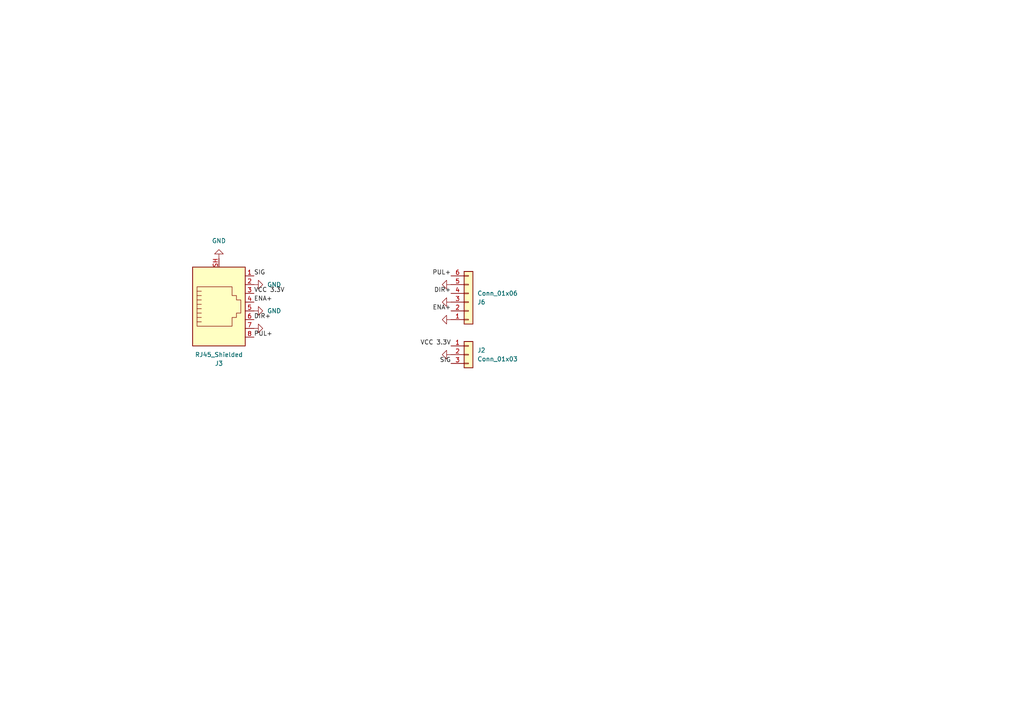
<source format=kicad_sch>
(kicad_sch (version 20230121) (generator eeschema)
  (paper "A4")
  (lib_symbols
    (symbol "Connector:RJ45_Shielded" (pin_names (offset 1.016))
      (property "Reference" "J" (at -5.08 13.97 0))
      (property "Value" "RJ45_Shielded" (at 2.54 13.97 0))
      (symbol "RJ45_Shielded_0_1"
        (polyline (pts (xy -5.08 4.445) (xy -6.35 4.445)))
        (polyline (pts (xy -5.08 5.715) (xy -6.35 5.715)))
        (polyline (pts (xy -6.35 -3.175) (xy -5.08 -3.175) (xy -5.08 -3.175)))
        (polyline (pts (xy -6.35 -1.905) (xy -5.08 -1.905) (xy -5.08 -1.905)))
        (polyline (pts (xy -6.35 -0.635) (xy -5.08 -0.635) (xy -5.08 -0.635)))
        (polyline (pts (xy -6.35 0.635) (xy -5.08 0.635) (xy -5.08 0.635)))
        (polyline (pts (xy -6.35 1.905) (xy -5.08 1.905) (xy -5.08 1.905)))
        (polyline (pts (xy -5.08 3.175) (xy -6.35 3.175) (xy -6.35 3.175)))
        (polyline (pts (xy -6.35 -4.445) (xy -6.35 6.985) (xy 3.81 6.985) (xy 3.81 4.445) (xy 5.08 4.445) (xy 5.08 3.175) (xy 6.35 3.175) (xy 6.35 -0.635) (xy 5.08 -0.635) (xy 5.08 -1.905) (xy 3.81 -1.905) (xy 3.81 -4.445) (xy -6.35 -4.445) (xy -6.35 -4.445)))
        (rectangle (start 7.62 12.7) (end -7.62 -10.16) (stroke (width 0.254)) (fill (type background)))
      )
      (symbol "RJ45_Shielded_1_1"
        (pin passive line (at 10.16 -7.62 180) (length 2.54) (name "~") (number "1"))
        (pin passive line (at 10.16 -5.08 180) (length 2.54) (name "~") (number "2"))
        (pin passive line (at 10.16 -2.54 180) (length 2.54) (name "~") (number "3"))
        (pin passive line (at 10.16 0 180) (length 2.54) (name "~") (number "4"))
        (pin passive line (at 10.16 2.54 180) (length 2.54) (name "~") (number "5"))
        (pin passive line (at 10.16 5.08 180) (length 2.54) (name "~") (number "6"))
        (pin passive line (at 10.16 7.62 180) (length 2.54) (name "~") (number "7"))
        (pin passive line (at 10.16 10.16 180) (length 2.54) (name "~") (number "8"))
        (pin passive line (at 0 -12.7 90) (length 2.54) (name "~") (number "SH"))
      )
    )
    (symbol "Connector_Generic:Conn_01x03" (pin_names (offset 1.016) hide)
      (property "Reference" "J" (at 0 5.08 0))
      (property "Value" "Conn_01x03" (at 0 -5.08 0))
      (symbol "Conn_01x03_1_1"
        (rectangle (start -1.27 -2.413) (end 0 -2.667) (stroke (width 0.1524)))
        (rectangle (start -1.27 0.127) (end 0 -0.127) (stroke (width 0.1524)))
        (rectangle (start -1.27 2.667) (end 0 2.413) (stroke (width 0.1524)))
        (rectangle (start -1.27 3.81) (end 1.27 -3.81) (stroke (width 0.254)) (fill (type background)))
        (pin passive line (at -5.08 2.54 0) (length 3.81) (name "Pin_1") (number "1"))
        (pin passive line (at -5.08 0 0) (length 3.81) (name "Pin_2") (number "2"))
        (pin passive line (at -5.08 -2.54 0) (length 3.81) (name "Pin_3") (number "3"))
      )
    )
    (symbol "Connector_Generic:Conn_01x06" (pin_names (offset 1.016) hide)
      (property "Reference" "J" (at 0 7.62 0))
      (property "Value" "Conn_01x06" (at 0 -10.16 0))
      (symbol "Conn_01x06_1_1"
        (rectangle (start -1.27 -7.493) (end 0 -7.747) (stroke (width 0.1524)))
        (rectangle (start -1.27 -4.953) (end 0 -5.207) (stroke (width 0.1524)))
        (rectangle (start -1.27 -2.413) (end 0 -2.667) (stroke (width 0.1524)))
        (rectangle (start -1.27 0.127) (end 0 -0.127) (stroke (width 0.1524)))
        (rectangle (start -1.27 2.667) (end 0 2.413) (stroke (width 0.1524)))
        (rectangle (start -1.27 5.207) (end 0 4.953) (stroke (width 0.1524)))
        (rectangle (start -1.27 6.35) (end 1.27 -8.89) (stroke (width 0.254)) (fill (type background)))
        (pin passive line (at -5.08 5.08 0) (length 3.81) (name "Pin_1") (number "1"))
        (pin passive line (at -5.08 2.54 0) (length 3.81) (name "Pin_2") (number "2"))
        (pin passive line (at -5.08 0 0) (length 3.81) (name "Pin_3") (number "3"))
        (pin passive line (at -5.08 -2.54 0) (length 3.81) (name "Pin_4") (number "4"))
        (pin passive line (at -5.08 -5.08 0) (length 3.81) (name "Pin_5") (number "5"))
        (pin passive line (at -5.08 -7.62 0) (length 3.81) (name "Pin_6") (number "6"))
      )
    )
    (symbol "power:GND" (power) (pin_names (offset 0))
      (property "Value" "GND" (at 0 -3.81 0))
      (symbol "GND_0_1"
        (polyline (pts (xy 0 0) (xy 0 -1.27) (xy 1.27 -1.27) (xy 0 -2.54) (xy -1.27 -1.27) (xy 0 -1.27)))
      )
      (symbol "GND_1_1"
        (pin power_in line (at 0 0 270) (length 0) hide (name "GND") (number "1"))
      )
    )
  )
  (label "ENA+" (at 73.66 87.63 0))
  (label "PUL+" (at 130.81 80.01 180))
  (label "SIG" (at 130.81 105.41 180))
  (label "DIR+" (at 73.66 92.71 0))
  (label "ENA+" (at 130.81 90.17 180))
  (label "VCC 3.3V" (at 130.81 100.33 180))
  (label "DIR+" (at 130.81 85.09 180))
  (label "SIG" (at 73.66 80.01 0))
  (label "VCC 3.3V" (at 73.66 85.09 0))
  (label "PUL+" (at 73.66 97.79 0))
  (symbol (lib_id "Connector_Generic:Conn_01x06") (at 135.89 87.63 0) (mirror x) (unit 1)
    (property "Reference" "J6" (at 138.43 87.63 0) (effects (justify left)))
    (property "Value" "Conn_01x06" (at 138.43 85.09 0) (effects (justify left)))
    (property "Footprint" "Clockdiv-KiCad:Terminalblock_1x6_3.81mm" (effects hide))
  )
  (symbol (lib_id "power:GND") (at 73.66 95.25 90) (unit 1)
    (property "Reference" "#PWR02" (effects hide))
    (property "Value" "GND" (effects hide))
  )
  (symbol (lib_id "power:GND") (at 130.81 102.87 270) (unit 1)
    (property "Reference" "#PWR05" (effects hide))
    (property "Value" "GND" (effects hide))
  )
  (symbol (lib_id "Connector:RJ45_Shielded") (at 63.5 87.63 0) (mirror x) (unit 1)
    (property "Reference" "J3" (at 63.5 105.41 0))
    (property "Value" "RJ45_Shielded" (at 63.5 102.87 0))
    (property "Footprint" "Clockdiv-KiCad:RJ45_Conrad_1586526" (effects hide))
  )
  (symbol (lib_id "Connector_Generic:Conn_01x03") (at 135.89 102.87 0) (unit 1)
    (property "Reference" "J2" (at 138.43 101.6 0) (effects (justify left)))
    (property "Value" "Conn_01x03" (at 138.43 104.14 0) (effects (justify left)))
    (property "Footprint" "Connector_PinHeader_2.54mm:PinHeader_1x03_P2.54mm_Vertical" (effects hide))
  )
  (symbol (lib_id "power:GND") (at 73.66 90.17 90) (mirror x) (unit 1)
    (property "Reference" "#PWR04" (effects hide))
    (property "Value" "GND" (at 77.47 90.17 90) (effects (justify right)))
  )
  (symbol (lib_id "power:GND") (at 130.81 87.63 270) (unit 1)
    (property "Reference" "#PWR07" (effects hide))
    (property "Value" "GND" (effects hide))
  )
  (symbol (lib_id "power:GND") (at 130.81 82.55 270) (unit 1)
    (property "Reference" "#PWR08" (effects hide))
    (property "Value" "GND" (effects hide))
  )
  (symbol (lib_id "power:GND") (at 73.66 82.55 90) (mirror x) (unit 1)
    (property "Reference" "#PWR03" (effects hide))
    (property "Value" "GND" (at 77.47 82.55 90) (effects (justify right)))
  )
  (symbol (lib_id "power:GND") (at 130.81 92.71 270) (unit 1)
    (property "Reference" "#PWR06" (effects hide))
    (property "Value" "GND" (effects hide))
  )
  (symbol (lib_id "power:GND") (at 63.5 74.93 180) (unit 1)
    (property "Reference" "#PWR01" (effects hide))
    (property "Value" "GND" (at 63.5 69.85 0))
  )
)
</source>
